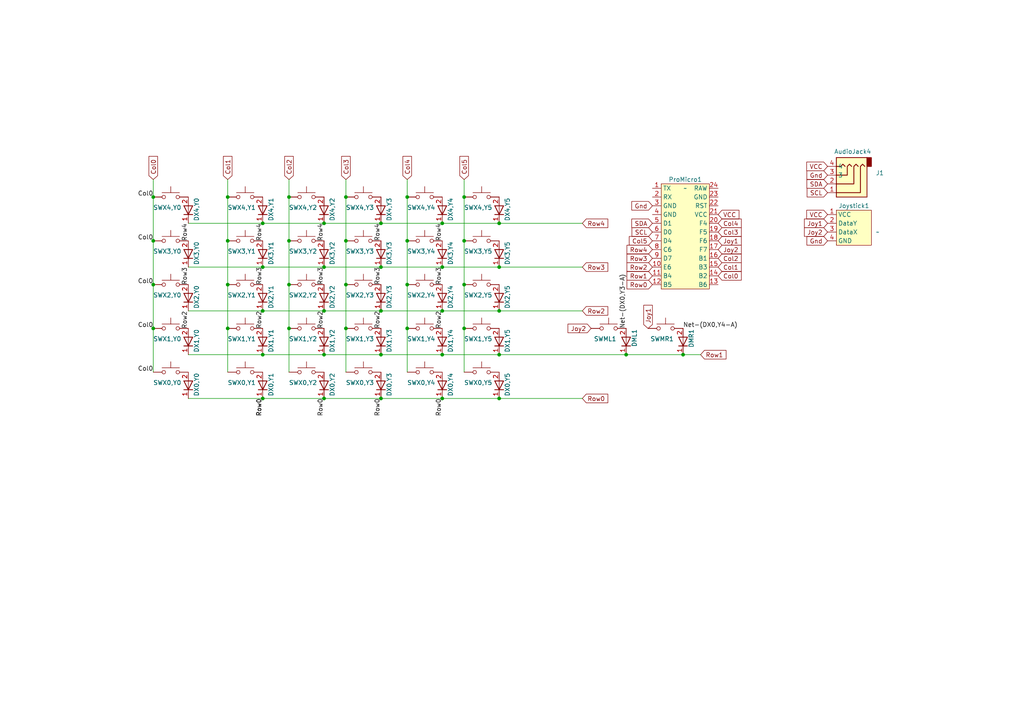
<source format=kicad_sch>
(kicad_sch (version 20231120) (generator "eeschema") (generator_version "8.0")
  (paper "A4")
  (lib_symbols
    (symbol "Arduino:Arduino_Promicro"
      (property "Reference" "ProMicro" (at 6.35 31.75 0))
      (symbol "Arduino_Promicro_0_1"
        (rectangle (start 0 30.48) (end 13.97 0) (fill (type background)))
      )
      (symbol "Arduino_Promicro_1_1"
        (pin bidirectional line (at -2.54 29.21 0) (length 2.54) (name "TX") (number "1"))
        (pin bidirectional line (at -2.54 6.35 0) (length 2.54) (name "E6") (number "10"))
        (pin bidirectional line (at -2.54 3.81 0) (length 2.54) (name "B4") (number "11"))
        (pin bidirectional line (at -2.54 1.27 0) (length 2.54) (name "B5") (number "12"))
        (pin bidirectional line (at 16.51 1.27 180) (length 2.54) (name "B6") (number "13"))
        (pin bidirectional line (at 16.51 3.81 180) (length 2.54) (name "B2") (number "14"))
        (pin bidirectional line (at 16.51 6.35 180) (length 2.54) (name "B3") (number "15"))
        (pin bidirectional line (at 16.51 8.89 180) (length 2.54) (name "B1") (number "16"))
        (pin bidirectional line (at 16.51 11.43 180) (length 2.54) (name "F7") (number "17"))
        (pin bidirectional line (at 16.51 13.97 180) (length 2.54) (name "F6") (number "18"))
        (pin bidirectional line (at 16.51 16.51 180) (length 2.54) (name "F5") (number "19"))
        (pin bidirectional line (at -2.54 26.67 0) (length 2.54) (name "RX") (number "2"))
        (pin bidirectional line (at 16.51 19.05 180) (length 2.54) (name "F4") (number "20"))
        (pin power_in line (at 16.51 21.59 180) (length 2.54) (name "VCC") (number "21"))
        (pin bidirectional line (at 16.51 24.13 180) (length 2.54) (name "RST") (number "22"))
        (pin bidirectional line (at 16.51 26.67 180) (length 2.54) (name "GND") (number "23"))
        (pin bidirectional line (at 16.51 29.21 180) (length 2.54) (name "RAW") (number "24"))
        (pin bidirectional line (at -2.54 24.13 0) (length 2.54) (name "GND") (number "3"))
        (pin bidirectional line (at -2.54 21.59 0) (length 2.54) (name "GND") (number "4"))
        (pin bidirectional line (at -2.54 19.05 0) (length 2.54) (name "D1") (number "5"))
        (pin bidirectional line (at -2.54 16.51 0) (length 2.54) (name "D0") (number "6"))
        (pin bidirectional line (at -2.54 13.97 0) (length 2.54) (name "D4") (number "7"))
        (pin bidirectional line (at -2.54 11.43 0) (length 2.54) (name "C6") (number "8"))
        (pin bidirectional line (at -2.54 8.89 0) (length 2.54) (name "D7") (number "9"))
      )
    )
    (symbol "Arduino:Joystick"
      (property "Reference" "Joystick" (at 5.08 11.43 0))
      (symbol "Joystick_1_1"
        (rectangle (start 0 10.16) (end 10.16 0) (fill (type background)))
        (pin power_in line (at -2.54 8.89 0) (length 2.54) (name "VCC") (number "1"))
        (pin output line (at -2.54 6.35 0) (length 2.54) (name "DataY") (number "2"))
        (pin output line (at -2.54 3.81 0) (length 2.54) (name "DataX") (number "3"))
        (pin bidirectional line (at -2.54 1.27 0) (length 2.54) (name "GND") (number "4"))
      )
    )
    (symbol "Connector_Audio:AudioJack4"
      (property "Reference" "J1" (at -8.89 -3.1751 0))
      (property "Value" "AudioJack4" (at -8.89 -0.6351 0))
      (symbol "AudioJack4_0_1"
        (rectangle (start -6.35 -5.08) (end -7.62 -7.62) (stroke (width 0.254)) (fill (type outline)))
        (polyline (pts (xy 0 -5.08) (xy 0.635 -5.715) (xy 1.27 -5.08) (xy 2.54 -5.08)) (stroke (width 0.254)))
        (polyline (pts (xy -5.715 -5.08) (xy -5.08 -5.715) (xy -4.445 -5.08) (xy -4.445 2.54) (xy 2.54 2.54)) (stroke (width 0.254)))
        (polyline (pts (xy -1.905 -5.08) (xy -1.27 -5.715) (xy -0.635 -5.08) (xy -0.635 -2.54) (xy 2.54 -2.54)) (stroke (width 0.254)))
        (polyline (pts (xy 2.54 0) (xy -2.54 0) (xy -2.54 -5.08) (xy -3.175 -5.715) (xy -3.81 -5.08)) (stroke (width 0.254)))
        (rectangle (start 2.54 3.81) (end -6.35 -7.62) (stroke (width 0.254)) (fill (type background)))
      )
      (symbol "AudioJack4_1_1"
        (pin passive line (at 5.08 2.54 180) (length 2.54) (name "~") (number "1"))
        (pin passive line (at 5.08 0 180) (length 2.54) (name "~") (number "2"))
        (pin passive line (at 5.08 -2.54 180) (length 2.54) (name "3") (number "3"))
        (pin passive line (at 5.08 -5.08 180) (length 2.54) (name "4") (number "4"))
      )
    )
    (symbol "Simulation_SPICE:D" (pin_names (offset 1.016) hide)
      (property "Reference" "D" (at 0 2.54 0))
      (property "Value" "D" (at 0 -2.54 0))
      (symbol "D_0_1"
        (polyline (pts (xy -1.27 1.27) (xy -1.27 -1.27)) (stroke (width 0.254)))
        (polyline (pts (xy 1.27 0) (xy -1.27 0)))
        (polyline (pts (xy 1.27 1.27) (xy 1.27 -1.27) (xy -1.27 0) (xy 1.27 1.27)) (stroke (width 0.254)))
      )
      (symbol "D_1_1"
        (pin passive line (at -3.81 0 0) (length 2.54) (name "K") (number "1"))
        (pin passive line (at 3.81 0 180) (length 2.54) (name "A") (number "2"))
      )
    )
    (symbol "Switch:SW_Push" (pin_numbers hide) (pin_names (offset 1.016) hide)
      (property "Reference" "SW" (at 1.27 2.54 0))
      (property "Value" "SW_Push" (at 0 -1.524 0))
      (symbol "SW_Push_0_1"
        (circle (center -2.032 0) (radius 0.508))
        (polyline (pts (xy 0 1.27) (xy 0 3.048)))
        (polyline (pts (xy 2.54 1.27) (xy -2.54 1.27)))
        (circle (center 2.032 0) (radius 0.508))
        (pin passive line (at -5.08 0 0) (length 2.54) (name "1") (number "1"))
        (pin passive line (at 5.08 0 180) (length 2.54) (name "2") (number "2"))
      )
    )
  )
  (junction (at 44.45 82.55))
  (junction (at 134.62 82.55))
  (junction (at 76.2 90.17))
  (junction (at 110.49 102.87))
  (junction (at 118.11 57.15))
  (junction (at 100.33 57.15))
  (junction (at 76.2 102.87))
  (junction (at 110.49 90.17))
  (junction (at 144.78 102.87))
  (junction (at 44.45 69.85))
  (junction (at 44.45 95.25))
  (junction (at 144.78 90.17))
  (junction (at 128.27 102.87))
  (junction (at 110.49 77.47))
  (junction (at 93.98 64.77))
  (junction (at 83.82 69.85))
  (junction (at 118.11 82.55))
  (junction (at 134.62 69.85))
  (junction (at 76.2 115.57))
  (junction (at 134.62 95.25))
  (junction (at 66.04 82.55))
  (junction (at 144.78 115.57))
  (junction (at 93.98 115.57))
  (junction (at 93.98 90.17))
  (junction (at 128.27 115.57))
  (junction (at 93.98 102.87))
  (junction (at 134.62 57.15))
  (junction (at 76.2 64.77))
  (junction (at 76.2 77.47))
  (junction (at 100.33 82.55))
  (junction (at 128.27 77.47))
  (junction (at 110.49 64.77))
  (junction (at 100.33 95.25))
  (junction (at 83.82 57.15))
  (junction (at 144.78 64.77))
  (junction (at 128.27 90.17))
  (junction (at 118.11 95.25))
  (junction (at 198.12 102.87))
  (junction (at 128.27 64.77))
  (junction (at 181.61 102.87))
  (junction (at 66.04 57.15))
  (junction (at 66.04 95.25))
  (junction (at 83.82 82.55))
  (junction (at 44.45 57.15))
  (junction (at 66.04 69.85))
  (junction (at 118.11 69.85))
  (junction (at 93.98 77.47))
  (junction (at 83.82 95.25))
  (junction (at 100.33 69.85))
  (junction (at 110.49 115.57))
  (junction (at 144.78 77.47))
  (wire (pts (xy 110.49 102.87) (xy 128.27 102.87)))
  (wire (pts (xy 93.98 77.47) (xy 110.49 77.47)))
  (wire (pts (xy 144.78 90.17) (xy 168.91 90.17)))
  (wire (pts (xy 134.62 95.25) (xy 134.62 107.95)))
  (wire (pts (xy 44.45 82.55) (xy 44.45 95.25)))
  (wire (pts (xy 66.04 57.15) (xy 66.04 69.85)))
  (wire (pts (xy 128.27 102.87) (xy 144.78 102.87)))
  (wire (pts (xy 128.27 90.17) (xy 144.78 90.17)))
  (wire (pts (xy 110.49 90.17) (xy 128.27 90.17)))
  (wire (pts (xy 134.62 52.07) (xy 134.62 57.15)))
  (wire (pts (xy 144.78 115.57) (xy 168.91 115.57)))
  (wire (pts (xy 100.33 95.25) (xy 100.33 107.95)))
  (wire (pts (xy 44.45 57.15) (xy 44.45 69.85)))
  (wire (pts (xy 118.11 52.07) (xy 118.11 57.15)))
  (wire (pts (xy 66.04 69.85) (xy 66.04 82.55)))
  (wire (pts (xy 100.33 57.15) (xy 100.33 69.85)))
  (wire (pts (xy 128.27 64.77) (xy 144.78 64.77)))
  (wire (pts (xy 128.27 115.57) (xy 144.78 115.57)))
  (wire (pts (xy 66.04 82.55) (xy 66.04 95.25)))
  (wire (pts (xy 93.98 102.87) (xy 110.49 102.87)))
  (wire (pts (xy 118.11 82.55) (xy 118.11 95.25)))
  (wire (pts (xy 100.33 69.85) (xy 100.33 82.55)))
  (wire (pts (xy 44.45 52.07) (xy 44.45 57.15)))
  (wire (pts (xy 118.11 95.25) (xy 118.11 107.95)))
  (wire (pts (xy 54.61 64.77) (xy 76.2 64.77)))
  (wire (pts (xy 144.78 77.47) (xy 168.91 77.47)))
  (wire (pts (xy 93.98 90.17) (xy 110.49 90.17)))
  (wire (pts (xy 144.78 64.77) (xy 168.91 64.77)))
  (wire (pts (xy 110.49 115.57) (xy 128.27 115.57)))
  (wire (pts (xy 44.45 95.25) (xy 44.45 107.95)))
  (wire (pts (xy 118.11 69.85) (xy 118.11 82.55)))
  (wire (pts (xy 134.62 69.85) (xy 134.62 82.55)))
  (wire (pts (xy 83.82 95.25) (xy 83.82 107.95)))
  (wire (pts (xy 83.82 82.55) (xy 83.82 95.25)))
  (wire (pts (xy 118.11 57.15) (xy 118.11 69.85)))
  (wire (pts (xy 54.61 102.87) (xy 76.2 102.87)))
  (wire (pts (xy 128.27 77.47) (xy 144.78 77.47)))
  (wire (pts (xy 83.82 52.07) (xy 83.82 57.15)))
  (wire (pts (xy 110.49 77.47) (xy 128.27 77.47)))
  (wire (pts (xy 83.82 69.85) (xy 83.82 82.55)))
  (wire (pts (xy 66.04 95.25) (xy 66.04 107.95)))
  (wire (pts (xy 76.2 64.77) (xy 93.98 64.77)))
  (wire (pts (xy 76.2 90.17) (xy 93.98 90.17)))
  (wire (pts (xy 198.12 102.87) (xy 203.2 102.87)))
  (wire (pts (xy 134.62 82.55) (xy 134.62 95.25)))
  (wire (pts (xy 93.98 64.77) (xy 110.49 64.77)))
  (wire (pts (xy 54.61 90.17) (xy 76.2 90.17)))
  (wire (pts (xy 144.78 102.87) (xy 181.61 102.87)))
  (wire (pts (xy 83.82 57.15) (xy 83.82 69.85)))
  (wire (pts (xy 134.62 57.15) (xy 134.62 69.85)))
  (wire (pts (xy 54.61 115.57) (xy 76.2 115.57)))
  (wire (pts (xy 54.61 77.47) (xy 76.2 77.47)))
  (wire (pts (xy 93.98 115.57) (xy 110.49 115.57)))
  (wire (pts (xy 66.04 52.07) (xy 66.04 57.15)))
  (wire (pts (xy 44.45 69.85) (xy 44.45 82.55)))
  (wire (pts (xy 76.2 77.47) (xy 93.98 77.47)))
  (wire (pts (xy 110.49 64.77) (xy 128.27 64.77)))
  (wire (pts (xy 100.33 82.55) (xy 100.33 95.25)))
  (wire (pts (xy 76.2 102.87) (xy 93.98 102.87)))
  (wire (pts (xy 76.2 115.57) (xy 93.98 115.57)))
  (wire (pts (xy 100.33 52.07) (xy 100.33 57.15)))
  (wire (pts (xy 181.61 102.87) (xy 198.12 102.87)))
  (label "Row0" (at 76.2 115.57 270))
  (label "Row2" (at 76.2 90.17 270))
  (label "Row2" (at 93.98 90.17 270))
  (label "Net-(DX0,Y4-A)" (at 198.12 95.25 0))
  (label "Row3" (at 110.49 77.47 270))
  (label "Row2" (at 110.49 90.17 270))
  (label "Col0" (at 44.45 107.95 180))
  (label "Row3" (at 128.27 77.47 270))
  (label "Net-(DX0,Y3-A)" (at 181.61 95.25 90))
  (label "Row3" (at 93.98 77.47 270))
  (label "Row2" (at 128.27 90.17 270))
  (label "Row0" (at 76.2 115.57 270))
  (label "Row4" (at 93.98 64.77 270))
  (label "Row3" (at 54.61 77.47 270))
  (label "Row4" (at 76.2 64.77 270))
  (label "Row0" (at 110.49 115.57 270))
  (label "Row2" (at 54.61 90.17 270))
  (label "Row4" (at 110.49 64.77 270))
  (label "Row0" (at 93.98 115.57 270))
  (label "Col0" (at 44.45 82.55 180))
  (label "Col0" (at 44.45 57.15 180))
  (label "Row0" (at 128.27 115.57 270))
  (label "Col0" (at 44.45 95.25 180))
  (label "Row4" (at 54.61 64.77 270))
  (label "Row3" (at 76.2 77.47 270))
  (label "Col0" (at 44.45 69.85 180))
  (label "Row4" (at 128.27 64.77 270))
  (global_label "Col2" (shape input) (at 83.82 52.07 90) (property "Intersheetrefs" "${INTERSHEET_REFS}" (effects (hide yes))))
  (global_label "Row1" (shape input) (at 189.23 80.01 180) (property "Intersheetrefs" "${INTERSHEET_REFS}" (effects (hide yes))))
  (global_label "Row3" (shape input) (at 168.91 77.47 0) (property "Intersheetrefs" "${INTERSHEET_REFS}" (effects (hide yes))))
  (global_label "Row0" (shape input) (at 168.91 115.57 0) (property "Intersheetrefs" "${INTERSHEET_REFS}" (effects (hide yes))))
  (global_label "Col0" (shape input) (at 44.45 52.07 90) (property "Intersheetrefs" "${INTERSHEET_REFS}" (effects (hide yes))))
  (global_label "VCC" (shape input) (at 240.03 48.26 180) (property "Intersheetrefs" "${INTERSHEET_REFS}" (effects (hide yes))))
  (global_label "Col3" (shape input) (at 208.28 67.31 0) (property "Intersheetrefs" "${INTERSHEET_REFS}" (effects (hide yes))))
  (global_label "Col2" (shape input) (at 208.28 74.93 0) (property "Intersheetrefs" "${INTERSHEET_REFS}" (effects (hide yes))))
  (global_label "Row4" (shape input) (at 168.91 64.77 0) (property "Intersheetrefs" "${INTERSHEET_REFS}" (effects (hide yes))))
  (global_label "Col4" (shape input) (at 118.11 52.07 90) (property "Intersheetrefs" "${INTERSHEET_REFS}" (effects (hide yes))))
  (global_label "Row3" (shape input) (at 189.23 74.93 180) (property "Intersheetrefs" "${INTERSHEET_REFS}" (effects (hide yes))))
  (global_label "Col3" (shape input) (at 100.33 52.07 90) (property "Intersheetrefs" "${INTERSHEET_REFS}" (effects (hide yes))))
  (global_label "Joy2" (shape input) (at 171.45 95.25 180) (property "Intersheetrefs" "${INTERSHEET_REFS}" (effects (hide yes))))
  (global_label "SDA" (shape input) (at 240.03 53.34 180) (property "Intersheetrefs" "${INTERSHEET_REFS}" (effects (hide yes))))
  (global_label "Col0" (shape input) (at 208.28 80.01 0) (property "Intersheetrefs" "${INTERSHEET_REFS}" (effects (hide yes))))
  (global_label "VCC" (shape input) (at 240.03 62.23 180) (property "Intersheetrefs" "${INTERSHEET_REFS}" (effects (hide yes))))
  (global_label "Row0" (shape input) (at 189.23 82.55 180) (property "Intersheetrefs" "${INTERSHEET_REFS}" (effects (hide yes))))
  (global_label "Gnd" (shape input) (at 240.03 50.8 180) (property "Intersheetrefs" "${INTERSHEET_REFS}" (effects (hide yes))))
  (global_label "Row4" (shape input) (at 189.23 72.39 180) (property "Intersheetrefs" "${INTERSHEET_REFS}" (effects (hide yes))))
  (global_label "Joy2" (shape input) (at 208.28 72.39 0) (property "Intersheetrefs" "${INTERSHEET_REFS}" (effects (hide yes))))
  (global_label "SDA" (shape input) (at 189.23 64.77 180) (property "Intersheetrefs" "${INTERSHEET_REFS}" (effects (hide yes))))
  (global_label "Col5" (shape input) (at 189.23 69.85 180) (property "Intersheetrefs" "${INTERSHEET_REFS}" (effects (hide yes))))
  (global_label "Joy1" (shape input) (at 187.96 95.25 90) (property "Intersheetrefs" "${INTERSHEET_REFS}" (effects (hide yes))))
  (global_label "Row1" (shape input) (at 203.2 102.87 0) (property "Intersheetrefs" "${INTERSHEET_REFS}" (effects (hide yes))))
  (global_label "SCL" (shape input) (at 189.23 67.31 180) (property "Intersheetrefs" "${INTERSHEET_REFS}" (effects (hide yes))))
  (global_label "SCL" (shape input) (at 240.03 55.88 180) (property "Intersheetrefs" "${INTERSHEET_REFS}" (effects (hide yes))))
  (global_label "VCC" (shape input) (at 208.28 62.23 0) (property "Intersheetrefs" "${INTERSHEET_REFS}" (effects (hide yes))))
  (global_label "Joy2" (shape input) (at 240.03 67.31 180) (property "Intersheetrefs" "${INTERSHEET_REFS}" (effects (hide yes))))
  (global_label "Joy1" (shape input) (at 208.28 69.85 0) (property "Intersheetrefs" "${INTERSHEET_REFS}" (effects (hide yes))))
  (global_label "Col1" (shape input) (at 208.28 77.47 0) (property "Intersheetrefs" "${INTERSHEET_REFS}" (effects (hide yes))))
  (global_label "Gnd" (shape input) (at 189.23 59.69 180) (property "Intersheetrefs" "${INTERSHEET_REFS}" (effects (hide yes))))
  (global_label "Row2" (shape input) (at 168.91 90.17 0) (property "Intersheetrefs" "${INTERSHEET_REFS}" (effects (hide yes))))
  (global_label "Joy1" (shape input) (at 240.03 64.77 180) (property "Intersheetrefs" "${INTERSHEET_REFS}" (effects (hide yes))))
  (global_label "Row2" (shape input) (at 189.23 77.47 180) (property "Intersheetrefs" "${INTERSHEET_REFS}" (effects (hide yes))))
  (global_label "Gnd" (shape input) (at 240.03 69.85 180) (property "Intersheetrefs" "${INTERSHEET_REFS}" (effects (hide yes))))
  (global_label "Col1" (shape input) (at 66.04 52.07 90) (property "Intersheetrefs" "${INTERSHEET_REFS}" (effects (hide yes))))
  (global_label "Col4" (shape input) (at 208.28 64.77 0) (property "Intersheetrefs" "${INTERSHEET_REFS}" (effects (hide yes))))
  (global_label "Col5" (shape input) (at 134.62 52.07 90) (property "Intersheetrefs" "${INTERSHEET_REFS}" (effects (hide yes))))
  (symbol (lib_id "Switch:SW_Push") (at 88.9 57.15 0) (unit 1)
    (property "Reference" "SWX4,Y2" (at 87.884 60.198 0))
    (property "Footprint" "Keys pretty:SW_MX_reversible" (effects (hide yes)))
  )
  (symbol (lib_id "Switch:SW_Push") (at 139.7 69.85 0) (unit 1)
    (property "Reference" "SWX3,Y5" (at 138.684 72.898 0))
    (property "Footprint" "Keys pretty:SW_MX_reversible" (effects (hide yes)))
  )
  (symbol (lib_id "Switch:SW_Push") (at 71.12 57.15 0) (unit 1)
    (property "Reference" "SWX4,Y1" (at 70.104 60.198 0))
    (property "Footprint" "Keys pretty:SW_MX_reversible" (effects (hide yes)))
  )
  (symbol (lib_id "Switch:SW_Push") (at 139.7 82.55 0) (unit 1)
    (property "Reference" "SWX2,Y5" (at 138.684 85.598 0))
    (property "Footprint" "Keys pretty:SW_MX_reversible" (effects (hide yes)))
  )
  (symbol (lib_id "Switch:SW_Push") (at 123.19 82.55 0) (unit 1)
    (property "Reference" "SWX2,Y4" (at 122.174 85.598 0))
    (property "Footprint" "Keys pretty:SW_MX_reversible" (effects (hide yes)))
  )
  (symbol (lib_id "Simulation_SPICE:D") (at 128.27 86.36 90) (unit 1)
    (property "Reference" "DX2,Y4" (at 130.6667 82.7405 0) (effects (justify right)))
    (property "Footprint" "Custom:D_SOD-123_bothside" (effects (hide yes)))
    (property "Sim.Pins" "1=K 2=A" (effects (hide yes)))
  )
  (symbol (lib_id "Switch:SW_Push") (at 105.41 107.95 0) (unit 1)
    (property "Reference" "SWX0,Y3" (at 104.394 110.998 0))
    (property "Footprint" "Keys pretty:SW_MX_reversible" (effects (hide yes)))
  )
  (symbol (lib_id "Arduino:Joystick") (at 242.57 71.12 0) (unit 1)
    (property "Reference" "Joystick1" (at 243.1821 59.69 0) (effects (justify left)))
    (property "Value" "~" (at 254 67.31 0) (effects (justify left)))
    (property "Footprint" "arduino:joystick" (effects (hide yes)))
  )
  (symbol (lib_id "Simulation_SPICE:D") (at 54.61 99.06 90) (unit 1)
    (property "Reference" "DX1,Y0" (at 57.0067 95.4405 0) (effects (justify right)))
    (property "Footprint" "Custom:D_SOD-123_bothside" (effects (hide yes)))
    (property "Sim.Pins" "1=K 2=A" (effects (hide yes)))
  )
  (symbol (lib_id "Simulation_SPICE:D") (at 110.49 60.96 90) (unit 1)
    (property "Reference" "DX4,Y3" (at 112.8867 57.3405 0) (effects (justify right)))
    (property "Footprint" "Custom:D_SOD-123_bothside" (effects (hide yes)))
    (property "Sim.Pins" "1=K 2=A" (effects (hide yes)))
  )
  (symbol (lib_id "Switch:SW_Push") (at 123.19 107.95 0) (unit 1)
    (property "Reference" "SWX0,Y4" (at 122.174 110.998 0))
    (property "Footprint" "Keys pretty:SW_MX_reversible" (effects (hide yes)))
  )
  (symbol (lib_id "Simulation_SPICE:D") (at 76.2 60.96 90) (unit 1)
    (property "Reference" "DX4,Y1" (at 78.5967 57.3405 0) (effects (justify right)))
    (property "Footprint" "Custom:D_SOD-123_bothside" (effects (hide yes)))
    (property "Sim.Pins" "1=K 2=A" (effects (hide yes)))
  )
  (symbol (lib_id "Switch:SW_Push") (at 123.19 57.15 0) (unit 1)
    (property "Reference" "SWX4,Y4" (at 122.174 60.198 0))
    (property "Footprint" "Keys pretty:SW_MX_reversible" (effects (hide yes)))
  )
  (symbol (lib_id "Simulation_SPICE:D") (at 76.2 86.36 90) (unit 1)
    (property "Reference" "DX2,Y1" (at 78.5967 82.7405 0) (effects (justify right)))
    (property "Footprint" "Custom:D_SOD-123_bothside" (effects (hide yes)))
    (property "Sim.Pins" "1=K 2=A" (effects (hide yes)))
  )
  (symbol (lib_id "Switch:SW_Push") (at 105.41 82.55 0) (unit 1)
    (property "Reference" "SWX2,Y3" (at 104.394 85.598 0))
    (property "Footprint" "Keys pretty:SW_MX_reversible" (effects (hide yes)))
  )
  (symbol (lib_id "Simulation_SPICE:D") (at 54.61 60.96 90) (unit 1)
    (property "Reference" "DX4,Y0" (at 57.0067 57.3405 0) (effects (justify right)))
    (property "Footprint" "Custom:D_SOD-123_bothside" (effects (hide yes)))
    (property "Sim.Pins" "1=K 2=A" (effects (hide yes)))
  )
  (symbol (lib_id "Simulation_SPICE:D") (at 181.61 99.06 90) (unit 1)
    (property "Reference" "DML1" (at 184.0067 95.4405 0) (effects (justify right)))
    (property "Footprint" "Custom:D_SOD-123_bothside" (effects (hide yes)))
    (property "Sim.Pins" "1=K 2=A" (effects (hide yes)))
  )
  (symbol (lib_id "Switch:SW_Push") (at 105.41 69.85 0) (unit 1)
    (property "Reference" "SWX3,Y3" (at 104.394 72.898 0))
    (property "Footprint" "Keys pretty:SW_MX_reversible" (effects (hide yes)))
  )
  (symbol (lib_id "Simulation_SPICE:D") (at 144.78 99.06 90) (unit 1)
    (property "Reference" "DX1,Y5" (at 147.1767 95.4405 0) (effects (justify right)))
    (property "Footprint" "Custom:D_SOD-123_bothside" (effects (hide yes)))
    (property "Sim.Pins" "1=K 2=A" (effects (hide yes)))
  )
  (symbol (lib_id "Simulation_SPICE:D") (at 128.27 60.96 90) (unit 1)
    (property "Reference" "DX4,Y4" (at 130.6667 57.3405 0) (effects (justify right)))
    (property "Footprint" "Custom:D_SOD-123_bothside" (effects (hide yes)))
    (property "Sim.Pins" "1=K 2=A" (effects (hide yes)))
  )
  (symbol (lib_id "Switch:SW_Push") (at 105.41 95.25 0) (unit 1)
    (property "Reference" "SWX1,Y3" (at 104.394 98.298 0))
    (property "Footprint" "Keys pretty:SW_MX_reversible" (effects (hide yes)))
  )
  (symbol (lib_id "Simulation_SPICE:D") (at 128.27 73.66 90) (unit 1)
    (property "Reference" "DX3,Y4" (at 130.6667 70.0405 0) (effects (justify right)))
    (property "Footprint" "Custom:D_SOD-123_bothside" (effects (hide yes)))
    (property "Sim.Pins" "1=K 2=A" (effects (hide yes)))
  )
  (symbol (lib_id "Simulation_SPICE:D") (at 144.78 86.36 90) (unit 1)
    (property "Reference" "DX2,Y5" (at 147.1767 82.7405 0) (effects (justify right)))
    (property "Footprint" "Custom:D_SOD-123_bothside" (effects (hide yes)))
    (property "Sim.Pins" "1=K 2=A" (effects (hide yes)))
  )
  (symbol (lib_id "Simulation_SPICE:D") (at 93.98 73.66 90) (unit 1)
    (property "Reference" "DX3,Y2" (at 96.3767 70.0405 0) (effects (justify right)))
    (property "Footprint" "Custom:D_SOD-123_bothside" (effects (hide yes)))
    (property "Sim.Pins" "1=K 2=A" (effects (hide yes)))
  )
  (symbol (lib_id "Switch:SW_Push") (at 123.19 69.85 0) (unit 1)
    (property "Reference" "SWX3,Y4" (at 122.174 72.898 0))
    (property "Footprint" "Keys pretty:SW_MX_reversible" (effects (hide yes)))
  )
  (symbol (lib_id "Simulation_SPICE:D") (at 76.2 111.76 90) (unit 1)
    (property "Reference" "DX0,Y1" (at 78.5967 108.1405 0) (effects (justify right)))
    (property "Footprint" "Custom:D_SOD-123_bothside" (effects (hide yes)))
    (property "Sim.Pins" "1=K 2=A" (effects (hide yes)))
  )
  (symbol (lib_id "Simulation_SPICE:D") (at 93.98 60.96 90) (unit 1)
    (property "Reference" "DX4,Y2" (at 96.3767 57.3405 0) (effects (justify right)))
    (property "Footprint" "Custom:D_SOD-123_bothside" (effects (hide yes)))
    (property "Sim.Pins" "1=K 2=A" (effects (hide yes)))
  )
  (symbol (lib_id "Switch:SW_Push") (at 49.53 57.15 0) (unit 1)
    (property "Reference" "SWX4,Y0" (at 48.514 60.198 0))
    (property "Footprint" "Keys pretty:SW_MX_reversible" (effects (hide yes)))
  )
  (symbol (lib_id "Simulation_SPICE:D") (at 198.12 99.06 90) (unit 1)
    (property "Reference" "DMR1" (at 200.5167 95.4405 0) (effects (justify right)))
    (property "Footprint" "Custom:D_SOD-123_bothside" (effects (hide yes)))
    (property "Sim.Pins" "1=K 2=A" (effects (hide yes)))
  )
  (symbol (lib_id "Switch:SW_Push") (at 176.53 95.25 0) (unit 1)
    (property "Reference" "SWML1" (at 175.514 98.298 0))
    (property "Footprint" "Keys pretty:SW_MX_reversible" (effects (hide yes)))
  )
  (symbol (lib_id "Simulation_SPICE:D") (at 128.27 99.06 90) (unit 1)
    (property "Reference" "DX1,Y4" (at 130.6667 95.4405 0) (effects (justify right)))
    (property "Footprint" "Custom:D_SOD-123_bothside" (effects (hide yes)))
    (property "Sim.Pins" "1=K 2=A" (effects (hide yes)))
  )
  (symbol (lib_id "Simulation_SPICE:D") (at 110.49 86.36 90) (unit 1)
    (property "Reference" "DX2,Y3" (at 112.8867 82.7405 0) (effects (justify right)))
    (property "Footprint" "Custom:D_SOD-123_bothside" (effects (hide yes)))
    (property "Sim.Pins" "1=K 2=A" (effects (hide yes)))
  )
  (symbol (lib_id "Simulation_SPICE:D") (at 110.49 73.66 90) (unit 1)
    (property "Reference" "DX3,Y3" (at 112.8867 70.0405 0) (effects (justify right)))
    (property "Footprint" "Custom:D_SOD-123_bothside" (effects (hide yes)))
    (property "Sim.Pins" "1=K 2=A" (effects (hide yes)))
  )
  (symbol (lib_id "Simulation_SPICE:D") (at 54.61 73.66 90) (unit 1)
    (property "Reference" "DX3,Y0" (at 57.0067 70.0405 0) (effects (justify right)))
    (property "Footprint" "Custom:D_SOD-123_bothside" (effects (hide yes)))
    (property "Sim.Pins" "1=K 2=A" (effects (hide yes)))
  )
  (symbol (lib_id "Switch:SW_Push") (at 71.12 107.95 0) (unit 1)
    (property "Reference" "SWX0,Y1" (at 70.104 110.998 0))
    (property "Footprint" "Keys pretty:SW_MX_reversible" (effects (hide yes)))
  )
  (symbol (lib_id "Switch:SW_Push") (at 139.7 107.95 0) (unit 1)
    (property "Reference" "SWX0,Y5" (at 138.684 110.998 0))
    (property "Footprint" "Keys pretty:SW_MX_reversible" (effects (hide yes)))
  )
  (symbol (lib_id "Simulation_SPICE:D") (at 54.61 86.36 90) (unit 1)
    (property "Reference" "DX2,Y0" (at 57.0067 82.7405 0) (effects (justify right)))
    (property "Footprint" "Custom:D_SOD-123_bothside" (effects (hide yes)))
    (property "Sim.Pins" "1=K 2=A" (effects (hide yes)))
  )
  (symbol (lib_id "Simulation_SPICE:D") (at 93.98 99.06 90) (unit 1)
    (property "Reference" "DX1,Y2" (at 96.3767 95.4405 0) (effects (justify right)))
    (property "Footprint" "Custom:D_SOD-123_bothside" (effects (hide yes)))
    (property "Sim.Pins" "1=K 2=A" (effects (hide yes)))
  )
  (symbol (lib_id "Simulation_SPICE:D") (at 110.49 99.06 90) (unit 1)
    (property "Reference" "DX1,Y3" (at 112.8867 95.4405 0) (effects (justify right)))
    (property "Footprint" "Custom:D_SOD-123_bothside" (effects (hide yes)))
    (property "Sim.Pins" "1=K 2=A" (effects (hide yes)))
  )
  (symbol (lib_id "Switch:SW_Push") (at 105.41 57.15 0) (unit 1)
    (property "Reference" "SWX4,Y3" (at 104.394 60.198 0))
    (property "Footprint" "Keys pretty:SW_MX_reversible" (effects (hide yes)))
  )
  (symbol (lib_id "Switch:SW_Push") (at 139.7 95.25 0) (unit 1)
    (property "Reference" "SWX1,Y5" (at 138.684 98.298 0))
    (property "Footprint" "Keys pretty:SW_MX_reversible" (effects (hide yes)))
  )
  (symbol (lib_id "Simulation_SPICE:D") (at 93.98 111.76 90) (unit 1)
    (property "Reference" "DX0,Y2" (at 96.3767 108.1405 0) (effects (justify right)))
    (property "Footprint" "Custom:D_SOD-123_bothside" (effects (hide yes)))
    (property "Sim.Pins" "1=K 2=A" (effects (hide yes)))
  )
  (symbol (lib_id "Simulation_SPICE:D") (at 144.78 73.66 90) (unit 1)
    (property "Reference" "DX3,Y5" (at 147.1767 70.0405 0) (effects (justify right)))
    (property "Footprint" "Custom:D_SOD-123_bothside" (effects (hide yes)))
    (property "Sim.Pins" "1=K 2=A" (effects (hide yes)))
  )
  (symbol (lib_id "Arduino:Arduino_Promicro") (at 191.77 83.82 0) (unit 1)
    (property "Reference" "ProMicro1" (at 198.755 52.07 0))
    (property "Value" "~" (at 198.755 54.61 0))
    (property "Footprint" "Keebio-Parts.pretty-master:ArduinoProMicro" (effects (hide yes)))
  )
  (symbol (lib_id "Switch:SW_Push") (at 49.53 69.85 0) (unit 1)
    (property "Reference" "SWX3,Y0" (at 48.514 72.898 0))
    (property "Footprint" "Keys pretty:SW_MX_reversible" (effects (hide yes)))
  )
  (symbol (lib_id "Switch:SW_Push") (at 193.04 95.25 0) (unit 1)
    (property "Reference" "SWMR1" (at 192.024 98.298 0))
    (property "Footprint" "Keys pretty:SW_MX_reversible" (effects (hide yes)))
  )
  (symbol (lib_id "Switch:SW_Push") (at 88.9 69.85 0) (unit 1)
    (property "Reference" "SWX3,Y2" (at 87.884 72.898 0))
    (property "Footprint" "Keys pretty:SW_MX_reversible" (effects (hide yes)))
  )
  (symbol (lib_id "Simulation_SPICE:D") (at 110.49 111.76 90) (unit 1)
    (property "Reference" "DX0,Y3" (at 112.8867 108.1405 0) (effects (justify right)))
    (property "Footprint" "Custom:D_SOD-123_bothside" (effects (hide yes)))
    (property "Sim.Pins" "1=K 2=A" (effects (hide yes)))
  )
  (symbol (lib_id "Switch:SW_Push") (at 139.7 57.15 0) (unit 1)
    (property "Reference" "SWX4,Y5" (at 138.684 60.198 0))
    (property "Footprint" "Keys pretty:SW_MX_reversible" (effects (hide yes)))
  )
  (symbol (lib_id "Simulation_SPICE:D") (at 128.27 111.76 90) (unit 1)
    (property "Reference" "DX0,Y4" (at 130.6667 108.1405 0) (effects (justify right)))
    (property "Footprint" "Custom:D_SOD-123_bothside" (effects (hide yes)))
    (property "Sim.Pins" "1=K 2=A" (effects (hide yes)))
  )
  (symbol (lib_id "Switch:SW_Push") (at 88.9 82.55 0) (unit 1)
    (property "Reference" "SWX2,Y2" (at 87.884 85.598 0))
    (property "Footprint" "Keys pretty:SW_MX_reversible" (effects (hide yes)))
  )
  (symbol (lib_id "Simulation_SPICE:D") (at 144.78 60.96 90) (unit 1)
    (property "Reference" "DX4,Y5" (at 147.1767 57.3405 0) (effects (justify right)))
    (property "Footprint" "Custom:D_SOD-123_bothside" (effects (hide yes)))
    (property "Sim.Pins" "1=K 2=A" (effects (hide yes)))
  )
  (symbol (lib_id "Switch:SW_Push") (at 88.9 95.25 0) (unit 1)
    (property "Reference" "SWX1,Y2" (at 87.884 98.298 0))
    (property "Footprint" "Keys pretty:SW_MX_reversible" (effects (hide yes)))
  )
  (symbol (lib_id "Switch:SW_Push") (at 49.53 107.95 0) (unit 1)
    (property "Reference" "SWX0,Y0" (at 48.514 110.998 0))
    (property "Footprint" "Keys pretty:SW_MX_reversible" (effects (hide yes)))
  )
  (symbol (lib_id "Switch:SW_Push") (at 71.12 69.85 0) (unit 1)
    (property "Reference" "SWX3,Y1" (at 70.104 72.898 0))
    (property "Footprint" "Keys pretty:SW_MX_reversible" (effects (hide yes)))
  )
  (symbol (lib_id "Switch:SW_Push") (at 123.19 95.25 0) (unit 1)
    (property "Reference" "SWX1,Y4" (at 122.174 98.298 0))
    (property "Footprint" "Keys pretty:SW_MX_reversible" (effects (hide yes)))
  )
  (symbol (lib_id "Switch:SW_Push") (at 71.12 82.55 0) (unit 1)
    (property "Reference" "SWX2,Y1" (at 70.104 85.598 0))
    (property "Footprint" "Keys pretty:SW_MX_reversible" (effects (hide yes)))
  )
  (symbol (lib_id "Switch:SW_Push") (at 49.53 95.25 0) (unit 1)
    (property "Reference" "SWX1,Y0" (at 48.514 98.298 0))
    (property "Footprint" "Keys pretty:SW_MX_reversible" (effects (hide yes)))
  )
  (symbol (lib_id "Simulation_SPICE:D") (at 144.78 111.76 90) (unit 1)
    (property "Reference" "DX0,Y5" (at 147.1767 108.1405 0) (effects (justify right)))
    (property "Footprint" "Custom:D_SOD-123_bothside" (effects (hide yes)))
    (property "Sim.Pins" "1=K 2=A" (effects (hide yes)))
  )
  (symbol (lib_id "Simulation_SPICE:D") (at 76.2 99.06 90) (unit 1)
    (property "Reference" "DX1,Y1" (at 78.5967 95.4405 0) (effects (justify right)))
    (property "Footprint" "Custom:D_SOD-123_bothside" (effects (hide yes)))
    (property "Sim.Pins" "1=K 2=A" (effects (hide yes)))
  )
  (symbol (lib_id "Switch:SW_Push") (at 88.9 107.95 0) (unit 1)
    (property "Reference" "SWX0,Y2" (at 87.884 110.998 0))
    (property "Footprint" "Keys pretty:SW_MX_reversible" (effects (hide yes)))
  )
  (symbol (lib_id "Simulation_SPICE:D") (at 76.2 73.66 90) (unit 1)
    (property "Reference" "DX3,Y1" (at 78.5967 70.0405 0) (effects (justify right)))
    (property "Footprint" "Custom:D_SOD-123_bothside" (effects (hide yes)))
    (property "Sim.Pins" "1=K 2=A" (effects (hide yes)))
  )
  (symbol (lib_id "Simulation_SPICE:D") (at 93.98 86.36 90) (unit 1)
    (property "Reference" "DX2,Y2" (at 96.3767 82.7405 0) (effects (justify right)))
    (property "Footprint" "Custom:D_SOD-123_bothside" (effects (hide yes)))
    (property "Sim.Pins" "1=K 2=A" (effects (hide yes)))
  )
  (symbol (lib_id "Connector_Audio:AudioJack4") (at 245.11 53.34 180) (unit 1)
    (property "Reference" "J1" (at 254 50.1649 0) (effects (justify right)))
    (property "Value" "AudioJack4" (at 241.9121 43.9526 0) (effects (justify right)))
    (property "Footprint" "arduino:TRRS-PJ-320A-dual" (effects (hide yes)))
    (property "Description" "Audio Jack, 4 Poles (TRRS)" (effects (hide yes)))
  )
  (symbol (lib_id "Switch:SW_Push") (at 49.53 82.55 0) (unit 1)
    (property "Reference" "SWX2,Y0" (at 48.514 85.598 0))
    (property "Footprint" "Keys pretty:SW_MX_reversible" (effects (hide yes)))
  )
  (symbol (lib_id "Switch:SW_Push") (at 71.12 95.25 0) (unit 1)
    (property "Reference" "SWX1,Y1" (at 70.104 98.298 0))
    (property "Footprint" "Keys pretty:SW_MX_reversible" (effects (hide yes)))
  )
  (symbol (lib_id "Simulation_SPICE:D") (at 54.61 111.76 90) (unit 1)
    (property "Reference" "DX0,Y0" (at 57.0067 108.1405 0) (effects (justify right)))
    (property "Footprint" "Custom:D_SOD-123_bothside" (effects (hide yes)))
    (property "Sim.Pins" "1=K 2=A" (effects (hide yes)))
  )
)
</source>
